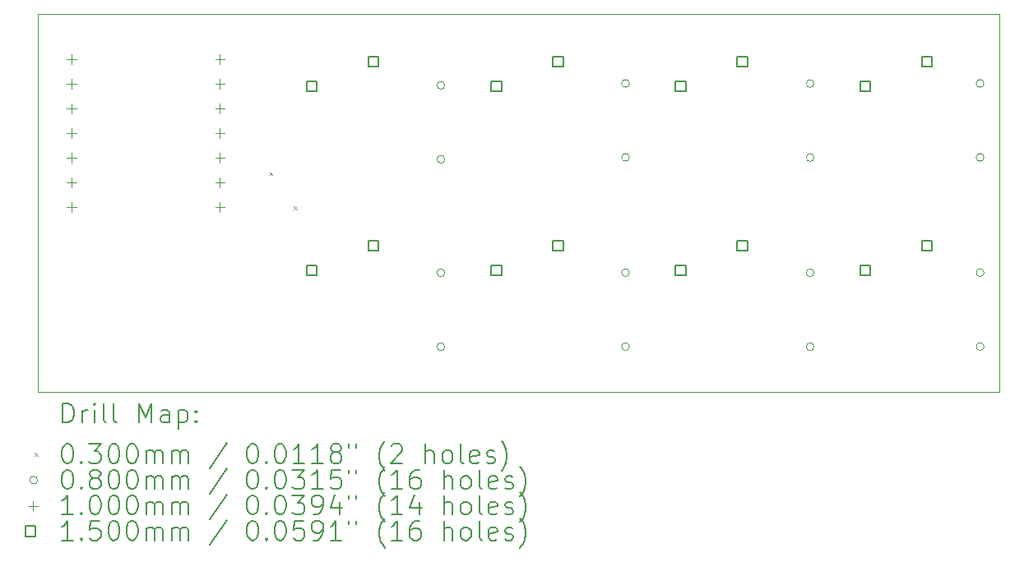
<source format=gbr>
%TF.GenerationSoftware,KiCad,Pcbnew,9.0.7*%
%TF.CreationDate,2026-02-18T19:15:15+11:00*%
%TF.ProjectId,noahs-macropad,6e6f6168-732d-46d6-9163-726f7061642e,rev?*%
%TF.SameCoordinates,Original*%
%TF.FileFunction,Drillmap*%
%TF.FilePolarity,Positive*%
%FSLAX45Y45*%
G04 Gerber Fmt 4.5, Leading zero omitted, Abs format (unit mm)*
G04 Created by KiCad (PCBNEW 9.0.7) date 2026-02-18 19:15:15*
%MOMM*%
%LPD*%
G01*
G04 APERTURE LIST*
%ADD10C,0.050000*%
%ADD11C,0.200000*%
%ADD12C,0.100000*%
%ADD13C,0.150000*%
G04 APERTURE END LIST*
D10*
X2750000Y-9950000D02*
X12650000Y-9950000D01*
X12650000Y-13850000D01*
X2750000Y-13850000D01*
X2750000Y-9950000D01*
D11*
D12*
X5135000Y-11585000D02*
X5165000Y-11615000D01*
X5165000Y-11585000D02*
X5135000Y-11615000D01*
X5385000Y-11935000D02*
X5415000Y-11965000D01*
X5415000Y-11935000D02*
X5385000Y-11965000D01*
X6940000Y-10688000D02*
G75*
G02*
X6860000Y-10688000I-40000J0D01*
G01*
X6860000Y-10688000D02*
G75*
G02*
X6940000Y-10688000I40000J0D01*
G01*
X6940000Y-11450000D02*
G75*
G02*
X6860000Y-11450000I-40000J0D01*
G01*
X6860000Y-11450000D02*
G75*
G02*
X6940000Y-11450000I40000J0D01*
G01*
X6940000Y-12619000D02*
G75*
G02*
X6860000Y-12619000I-40000J0D01*
G01*
X6860000Y-12619000D02*
G75*
G02*
X6940000Y-12619000I40000J0D01*
G01*
X6940000Y-13381000D02*
G75*
G02*
X6860000Y-13381000I-40000J0D01*
G01*
X6860000Y-13381000D02*
G75*
G02*
X6940000Y-13381000I40000J0D01*
G01*
X8840000Y-10669000D02*
G75*
G02*
X8760000Y-10669000I-40000J0D01*
G01*
X8760000Y-10669000D02*
G75*
G02*
X8840000Y-10669000I40000J0D01*
G01*
X8840000Y-11431000D02*
G75*
G02*
X8760000Y-11431000I-40000J0D01*
G01*
X8760000Y-11431000D02*
G75*
G02*
X8840000Y-11431000I40000J0D01*
G01*
X8840000Y-12619000D02*
G75*
G02*
X8760000Y-12619000I-40000J0D01*
G01*
X8760000Y-12619000D02*
G75*
G02*
X8840000Y-12619000I40000J0D01*
G01*
X8840000Y-13381000D02*
G75*
G02*
X8760000Y-13381000I-40000J0D01*
G01*
X8760000Y-13381000D02*
G75*
G02*
X8840000Y-13381000I40000J0D01*
G01*
X10740000Y-10669000D02*
G75*
G02*
X10660000Y-10669000I-40000J0D01*
G01*
X10660000Y-10669000D02*
G75*
G02*
X10740000Y-10669000I40000J0D01*
G01*
X10740000Y-11431000D02*
G75*
G02*
X10660000Y-11431000I-40000J0D01*
G01*
X10660000Y-11431000D02*
G75*
G02*
X10740000Y-11431000I40000J0D01*
G01*
X10740000Y-12619000D02*
G75*
G02*
X10660000Y-12619000I-40000J0D01*
G01*
X10660000Y-12619000D02*
G75*
G02*
X10740000Y-12619000I40000J0D01*
G01*
X10740000Y-13381000D02*
G75*
G02*
X10660000Y-13381000I-40000J0D01*
G01*
X10660000Y-13381000D02*
G75*
G02*
X10740000Y-13381000I40000J0D01*
G01*
X12490000Y-10669000D02*
G75*
G02*
X12410000Y-10669000I-40000J0D01*
G01*
X12410000Y-10669000D02*
G75*
G02*
X12490000Y-10669000I40000J0D01*
G01*
X12490000Y-11431000D02*
G75*
G02*
X12410000Y-11431000I-40000J0D01*
G01*
X12410000Y-11431000D02*
G75*
G02*
X12490000Y-11431000I40000J0D01*
G01*
X12490000Y-12619000D02*
G75*
G02*
X12410000Y-12619000I-40000J0D01*
G01*
X12410000Y-12619000D02*
G75*
G02*
X12490000Y-12619000I40000J0D01*
G01*
X12490000Y-13381000D02*
G75*
G02*
X12410000Y-13381000I-40000J0D01*
G01*
X12410000Y-13381000D02*
G75*
G02*
X12490000Y-13381000I40000J0D01*
G01*
X3100000Y-10370100D02*
X3100000Y-10470100D01*
X3050000Y-10420100D02*
X3150000Y-10420100D01*
X3100000Y-10624100D02*
X3100000Y-10724100D01*
X3050000Y-10674100D02*
X3150000Y-10674100D01*
X3100000Y-10878100D02*
X3100000Y-10978100D01*
X3050000Y-10928100D02*
X3150000Y-10928100D01*
X3100000Y-11132100D02*
X3100000Y-11232100D01*
X3050000Y-11182100D02*
X3150000Y-11182100D01*
X3100000Y-11386100D02*
X3100000Y-11486100D01*
X3050000Y-11436100D02*
X3150000Y-11436100D01*
X3100000Y-11640100D02*
X3100000Y-11740100D01*
X3050000Y-11690100D02*
X3150000Y-11690100D01*
X3100000Y-11894100D02*
X3100000Y-11994100D01*
X3050000Y-11944100D02*
X3150000Y-11944100D01*
X4625000Y-10370100D02*
X4625000Y-10470100D01*
X4575000Y-10420100D02*
X4675000Y-10420100D01*
X4625000Y-10624100D02*
X4625000Y-10724100D01*
X4575000Y-10674100D02*
X4675000Y-10674100D01*
X4625000Y-10878100D02*
X4625000Y-10978100D01*
X4575000Y-10928100D02*
X4675000Y-10928100D01*
X4625000Y-11132100D02*
X4625000Y-11232100D01*
X4575000Y-11182100D02*
X4675000Y-11182100D01*
X4625000Y-11386100D02*
X4625000Y-11486100D01*
X4575000Y-11436100D02*
X4675000Y-11436100D01*
X4625000Y-11640100D02*
X4625000Y-11740100D01*
X4575000Y-11690100D02*
X4675000Y-11690100D01*
X4625000Y-11894100D02*
X4625000Y-11994100D01*
X4575000Y-11944100D02*
X4675000Y-11944100D01*
D13*
X5622033Y-10749034D02*
X5622033Y-10642967D01*
X5515967Y-10642967D01*
X5515967Y-10749034D01*
X5622033Y-10749034D01*
X5622033Y-12649033D02*
X5622033Y-12542966D01*
X5515967Y-12542966D01*
X5515967Y-12649033D01*
X5622033Y-12649033D01*
X6257033Y-10495034D02*
X6257033Y-10388967D01*
X6150966Y-10388967D01*
X6150966Y-10495034D01*
X6257033Y-10495034D01*
X6257033Y-12395033D02*
X6257033Y-12288966D01*
X6150966Y-12288966D01*
X6150966Y-12395033D01*
X6257033Y-12395033D01*
X7522033Y-10749034D02*
X7522033Y-10642967D01*
X7415966Y-10642967D01*
X7415966Y-10749034D01*
X7522033Y-10749034D01*
X7522033Y-12649033D02*
X7522033Y-12542966D01*
X7415966Y-12542966D01*
X7415966Y-12649033D01*
X7522033Y-12649033D01*
X8157033Y-10495034D02*
X8157033Y-10388967D01*
X8050966Y-10388967D01*
X8050966Y-10495034D01*
X8157033Y-10495034D01*
X8157033Y-12395033D02*
X8157033Y-12288966D01*
X8050966Y-12288966D01*
X8050966Y-12395033D01*
X8157033Y-12395033D01*
X9422034Y-10749034D02*
X9422034Y-10642967D01*
X9315967Y-10642967D01*
X9315967Y-10749034D01*
X9422034Y-10749034D01*
X9422034Y-12649033D02*
X9422034Y-12542966D01*
X9315967Y-12542966D01*
X9315967Y-12649033D01*
X9422034Y-12649033D01*
X10057034Y-10495034D02*
X10057034Y-10388967D01*
X9950967Y-10388967D01*
X9950967Y-10495034D01*
X10057034Y-10495034D01*
X10057034Y-12395033D02*
X10057034Y-12288966D01*
X9950967Y-12288966D01*
X9950967Y-12395033D01*
X10057034Y-12395033D01*
X11322033Y-10749034D02*
X11322033Y-10642967D01*
X11215966Y-10642967D01*
X11215966Y-10749034D01*
X11322033Y-10749034D01*
X11322033Y-12649033D02*
X11322033Y-12542966D01*
X11215966Y-12542966D01*
X11215966Y-12649033D01*
X11322033Y-12649033D01*
X11957033Y-10495034D02*
X11957033Y-10388967D01*
X11850966Y-10388967D01*
X11850966Y-10495034D01*
X11957033Y-10495034D01*
X11957033Y-12395033D02*
X11957033Y-12288966D01*
X11850966Y-12288966D01*
X11850966Y-12395033D01*
X11957033Y-12395033D01*
D11*
X3008277Y-14163984D02*
X3008277Y-13963984D01*
X3008277Y-13963984D02*
X3055896Y-13963984D01*
X3055896Y-13963984D02*
X3084467Y-13973508D01*
X3084467Y-13973508D02*
X3103515Y-13992555D01*
X3103515Y-13992555D02*
X3113039Y-14011603D01*
X3113039Y-14011603D02*
X3122562Y-14049698D01*
X3122562Y-14049698D02*
X3122562Y-14078269D01*
X3122562Y-14078269D02*
X3113039Y-14116365D01*
X3113039Y-14116365D02*
X3103515Y-14135412D01*
X3103515Y-14135412D02*
X3084467Y-14154460D01*
X3084467Y-14154460D02*
X3055896Y-14163984D01*
X3055896Y-14163984D02*
X3008277Y-14163984D01*
X3208277Y-14163984D02*
X3208277Y-14030650D01*
X3208277Y-14068746D02*
X3217801Y-14049698D01*
X3217801Y-14049698D02*
X3227324Y-14040174D01*
X3227324Y-14040174D02*
X3246372Y-14030650D01*
X3246372Y-14030650D02*
X3265420Y-14030650D01*
X3332086Y-14163984D02*
X3332086Y-14030650D01*
X3332086Y-13963984D02*
X3322562Y-13973508D01*
X3322562Y-13973508D02*
X3332086Y-13983031D01*
X3332086Y-13983031D02*
X3341610Y-13973508D01*
X3341610Y-13973508D02*
X3332086Y-13963984D01*
X3332086Y-13963984D02*
X3332086Y-13983031D01*
X3455896Y-14163984D02*
X3436848Y-14154460D01*
X3436848Y-14154460D02*
X3427324Y-14135412D01*
X3427324Y-14135412D02*
X3427324Y-13963984D01*
X3560658Y-14163984D02*
X3541610Y-14154460D01*
X3541610Y-14154460D02*
X3532086Y-14135412D01*
X3532086Y-14135412D02*
X3532086Y-13963984D01*
X3789229Y-14163984D02*
X3789229Y-13963984D01*
X3789229Y-13963984D02*
X3855896Y-14106841D01*
X3855896Y-14106841D02*
X3922562Y-13963984D01*
X3922562Y-13963984D02*
X3922562Y-14163984D01*
X4103515Y-14163984D02*
X4103515Y-14059222D01*
X4103515Y-14059222D02*
X4093991Y-14040174D01*
X4093991Y-14040174D02*
X4074943Y-14030650D01*
X4074943Y-14030650D02*
X4036848Y-14030650D01*
X4036848Y-14030650D02*
X4017801Y-14040174D01*
X4103515Y-14154460D02*
X4084467Y-14163984D01*
X4084467Y-14163984D02*
X4036848Y-14163984D01*
X4036848Y-14163984D02*
X4017801Y-14154460D01*
X4017801Y-14154460D02*
X4008277Y-14135412D01*
X4008277Y-14135412D02*
X4008277Y-14116365D01*
X4008277Y-14116365D02*
X4017801Y-14097317D01*
X4017801Y-14097317D02*
X4036848Y-14087793D01*
X4036848Y-14087793D02*
X4084467Y-14087793D01*
X4084467Y-14087793D02*
X4103515Y-14078269D01*
X4198753Y-14030650D02*
X4198753Y-14230650D01*
X4198753Y-14040174D02*
X4217801Y-14030650D01*
X4217801Y-14030650D02*
X4255896Y-14030650D01*
X4255896Y-14030650D02*
X4274944Y-14040174D01*
X4274944Y-14040174D02*
X4284467Y-14049698D01*
X4284467Y-14049698D02*
X4293991Y-14068746D01*
X4293991Y-14068746D02*
X4293991Y-14125888D01*
X4293991Y-14125888D02*
X4284467Y-14144936D01*
X4284467Y-14144936D02*
X4274944Y-14154460D01*
X4274944Y-14154460D02*
X4255896Y-14163984D01*
X4255896Y-14163984D02*
X4217801Y-14163984D01*
X4217801Y-14163984D02*
X4198753Y-14154460D01*
X4379705Y-14144936D02*
X4389229Y-14154460D01*
X4389229Y-14154460D02*
X4379705Y-14163984D01*
X4379705Y-14163984D02*
X4370182Y-14154460D01*
X4370182Y-14154460D02*
X4379705Y-14144936D01*
X4379705Y-14144936D02*
X4379705Y-14163984D01*
X4379705Y-14040174D02*
X4389229Y-14049698D01*
X4389229Y-14049698D02*
X4379705Y-14059222D01*
X4379705Y-14059222D02*
X4370182Y-14049698D01*
X4370182Y-14049698D02*
X4379705Y-14040174D01*
X4379705Y-14040174D02*
X4379705Y-14059222D01*
D12*
X2717500Y-14477500D02*
X2747500Y-14507500D01*
X2747500Y-14477500D02*
X2717500Y-14507500D01*
D11*
X3046372Y-14383984D02*
X3065420Y-14383984D01*
X3065420Y-14383984D02*
X3084467Y-14393508D01*
X3084467Y-14393508D02*
X3093991Y-14403031D01*
X3093991Y-14403031D02*
X3103515Y-14422079D01*
X3103515Y-14422079D02*
X3113039Y-14460174D01*
X3113039Y-14460174D02*
X3113039Y-14507793D01*
X3113039Y-14507793D02*
X3103515Y-14545888D01*
X3103515Y-14545888D02*
X3093991Y-14564936D01*
X3093991Y-14564936D02*
X3084467Y-14574460D01*
X3084467Y-14574460D02*
X3065420Y-14583984D01*
X3065420Y-14583984D02*
X3046372Y-14583984D01*
X3046372Y-14583984D02*
X3027324Y-14574460D01*
X3027324Y-14574460D02*
X3017801Y-14564936D01*
X3017801Y-14564936D02*
X3008277Y-14545888D01*
X3008277Y-14545888D02*
X2998753Y-14507793D01*
X2998753Y-14507793D02*
X2998753Y-14460174D01*
X2998753Y-14460174D02*
X3008277Y-14422079D01*
X3008277Y-14422079D02*
X3017801Y-14403031D01*
X3017801Y-14403031D02*
X3027324Y-14393508D01*
X3027324Y-14393508D02*
X3046372Y-14383984D01*
X3198753Y-14564936D02*
X3208277Y-14574460D01*
X3208277Y-14574460D02*
X3198753Y-14583984D01*
X3198753Y-14583984D02*
X3189229Y-14574460D01*
X3189229Y-14574460D02*
X3198753Y-14564936D01*
X3198753Y-14564936D02*
X3198753Y-14583984D01*
X3274943Y-14383984D02*
X3398753Y-14383984D01*
X3398753Y-14383984D02*
X3332086Y-14460174D01*
X3332086Y-14460174D02*
X3360658Y-14460174D01*
X3360658Y-14460174D02*
X3379705Y-14469698D01*
X3379705Y-14469698D02*
X3389229Y-14479222D01*
X3389229Y-14479222D02*
X3398753Y-14498269D01*
X3398753Y-14498269D02*
X3398753Y-14545888D01*
X3398753Y-14545888D02*
X3389229Y-14564936D01*
X3389229Y-14564936D02*
X3379705Y-14574460D01*
X3379705Y-14574460D02*
X3360658Y-14583984D01*
X3360658Y-14583984D02*
X3303515Y-14583984D01*
X3303515Y-14583984D02*
X3284467Y-14574460D01*
X3284467Y-14574460D02*
X3274943Y-14564936D01*
X3522562Y-14383984D02*
X3541610Y-14383984D01*
X3541610Y-14383984D02*
X3560658Y-14393508D01*
X3560658Y-14393508D02*
X3570182Y-14403031D01*
X3570182Y-14403031D02*
X3579705Y-14422079D01*
X3579705Y-14422079D02*
X3589229Y-14460174D01*
X3589229Y-14460174D02*
X3589229Y-14507793D01*
X3589229Y-14507793D02*
X3579705Y-14545888D01*
X3579705Y-14545888D02*
X3570182Y-14564936D01*
X3570182Y-14564936D02*
X3560658Y-14574460D01*
X3560658Y-14574460D02*
X3541610Y-14583984D01*
X3541610Y-14583984D02*
X3522562Y-14583984D01*
X3522562Y-14583984D02*
X3503515Y-14574460D01*
X3503515Y-14574460D02*
X3493991Y-14564936D01*
X3493991Y-14564936D02*
X3484467Y-14545888D01*
X3484467Y-14545888D02*
X3474943Y-14507793D01*
X3474943Y-14507793D02*
X3474943Y-14460174D01*
X3474943Y-14460174D02*
X3484467Y-14422079D01*
X3484467Y-14422079D02*
X3493991Y-14403031D01*
X3493991Y-14403031D02*
X3503515Y-14393508D01*
X3503515Y-14393508D02*
X3522562Y-14383984D01*
X3713039Y-14383984D02*
X3732086Y-14383984D01*
X3732086Y-14383984D02*
X3751134Y-14393508D01*
X3751134Y-14393508D02*
X3760658Y-14403031D01*
X3760658Y-14403031D02*
X3770182Y-14422079D01*
X3770182Y-14422079D02*
X3779705Y-14460174D01*
X3779705Y-14460174D02*
X3779705Y-14507793D01*
X3779705Y-14507793D02*
X3770182Y-14545888D01*
X3770182Y-14545888D02*
X3760658Y-14564936D01*
X3760658Y-14564936D02*
X3751134Y-14574460D01*
X3751134Y-14574460D02*
X3732086Y-14583984D01*
X3732086Y-14583984D02*
X3713039Y-14583984D01*
X3713039Y-14583984D02*
X3693991Y-14574460D01*
X3693991Y-14574460D02*
X3684467Y-14564936D01*
X3684467Y-14564936D02*
X3674943Y-14545888D01*
X3674943Y-14545888D02*
X3665420Y-14507793D01*
X3665420Y-14507793D02*
X3665420Y-14460174D01*
X3665420Y-14460174D02*
X3674943Y-14422079D01*
X3674943Y-14422079D02*
X3684467Y-14403031D01*
X3684467Y-14403031D02*
X3693991Y-14393508D01*
X3693991Y-14393508D02*
X3713039Y-14383984D01*
X3865420Y-14583984D02*
X3865420Y-14450650D01*
X3865420Y-14469698D02*
X3874943Y-14460174D01*
X3874943Y-14460174D02*
X3893991Y-14450650D01*
X3893991Y-14450650D02*
X3922563Y-14450650D01*
X3922563Y-14450650D02*
X3941610Y-14460174D01*
X3941610Y-14460174D02*
X3951134Y-14479222D01*
X3951134Y-14479222D02*
X3951134Y-14583984D01*
X3951134Y-14479222D02*
X3960658Y-14460174D01*
X3960658Y-14460174D02*
X3979705Y-14450650D01*
X3979705Y-14450650D02*
X4008277Y-14450650D01*
X4008277Y-14450650D02*
X4027324Y-14460174D01*
X4027324Y-14460174D02*
X4036848Y-14479222D01*
X4036848Y-14479222D02*
X4036848Y-14583984D01*
X4132086Y-14583984D02*
X4132086Y-14450650D01*
X4132086Y-14469698D02*
X4141610Y-14460174D01*
X4141610Y-14460174D02*
X4160658Y-14450650D01*
X4160658Y-14450650D02*
X4189229Y-14450650D01*
X4189229Y-14450650D02*
X4208277Y-14460174D01*
X4208277Y-14460174D02*
X4217801Y-14479222D01*
X4217801Y-14479222D02*
X4217801Y-14583984D01*
X4217801Y-14479222D02*
X4227325Y-14460174D01*
X4227325Y-14460174D02*
X4246372Y-14450650D01*
X4246372Y-14450650D02*
X4274944Y-14450650D01*
X4274944Y-14450650D02*
X4293991Y-14460174D01*
X4293991Y-14460174D02*
X4303515Y-14479222D01*
X4303515Y-14479222D02*
X4303515Y-14583984D01*
X4693991Y-14374460D02*
X4522563Y-14631603D01*
X4951134Y-14383984D02*
X4970182Y-14383984D01*
X4970182Y-14383984D02*
X4989229Y-14393508D01*
X4989229Y-14393508D02*
X4998753Y-14403031D01*
X4998753Y-14403031D02*
X5008277Y-14422079D01*
X5008277Y-14422079D02*
X5017801Y-14460174D01*
X5017801Y-14460174D02*
X5017801Y-14507793D01*
X5017801Y-14507793D02*
X5008277Y-14545888D01*
X5008277Y-14545888D02*
X4998753Y-14564936D01*
X4998753Y-14564936D02*
X4989229Y-14574460D01*
X4989229Y-14574460D02*
X4970182Y-14583984D01*
X4970182Y-14583984D02*
X4951134Y-14583984D01*
X4951134Y-14583984D02*
X4932087Y-14574460D01*
X4932087Y-14574460D02*
X4922563Y-14564936D01*
X4922563Y-14564936D02*
X4913039Y-14545888D01*
X4913039Y-14545888D02*
X4903515Y-14507793D01*
X4903515Y-14507793D02*
X4903515Y-14460174D01*
X4903515Y-14460174D02*
X4913039Y-14422079D01*
X4913039Y-14422079D02*
X4922563Y-14403031D01*
X4922563Y-14403031D02*
X4932087Y-14393508D01*
X4932087Y-14393508D02*
X4951134Y-14383984D01*
X5103515Y-14564936D02*
X5113039Y-14574460D01*
X5113039Y-14574460D02*
X5103515Y-14583984D01*
X5103515Y-14583984D02*
X5093991Y-14574460D01*
X5093991Y-14574460D02*
X5103515Y-14564936D01*
X5103515Y-14564936D02*
X5103515Y-14583984D01*
X5236848Y-14383984D02*
X5255896Y-14383984D01*
X5255896Y-14383984D02*
X5274944Y-14393508D01*
X5274944Y-14393508D02*
X5284468Y-14403031D01*
X5284468Y-14403031D02*
X5293991Y-14422079D01*
X5293991Y-14422079D02*
X5303515Y-14460174D01*
X5303515Y-14460174D02*
X5303515Y-14507793D01*
X5303515Y-14507793D02*
X5293991Y-14545888D01*
X5293991Y-14545888D02*
X5284468Y-14564936D01*
X5284468Y-14564936D02*
X5274944Y-14574460D01*
X5274944Y-14574460D02*
X5255896Y-14583984D01*
X5255896Y-14583984D02*
X5236848Y-14583984D01*
X5236848Y-14583984D02*
X5217801Y-14574460D01*
X5217801Y-14574460D02*
X5208277Y-14564936D01*
X5208277Y-14564936D02*
X5198753Y-14545888D01*
X5198753Y-14545888D02*
X5189229Y-14507793D01*
X5189229Y-14507793D02*
X5189229Y-14460174D01*
X5189229Y-14460174D02*
X5198753Y-14422079D01*
X5198753Y-14422079D02*
X5208277Y-14403031D01*
X5208277Y-14403031D02*
X5217801Y-14393508D01*
X5217801Y-14393508D02*
X5236848Y-14383984D01*
X5493991Y-14583984D02*
X5379706Y-14583984D01*
X5436848Y-14583984D02*
X5436848Y-14383984D01*
X5436848Y-14383984D02*
X5417801Y-14412555D01*
X5417801Y-14412555D02*
X5398753Y-14431603D01*
X5398753Y-14431603D02*
X5379706Y-14441127D01*
X5684467Y-14583984D02*
X5570182Y-14583984D01*
X5627325Y-14583984D02*
X5627325Y-14383984D01*
X5627325Y-14383984D02*
X5608277Y-14412555D01*
X5608277Y-14412555D02*
X5589229Y-14431603D01*
X5589229Y-14431603D02*
X5570182Y-14441127D01*
X5798753Y-14469698D02*
X5779706Y-14460174D01*
X5779706Y-14460174D02*
X5770182Y-14450650D01*
X5770182Y-14450650D02*
X5760658Y-14431603D01*
X5760658Y-14431603D02*
X5760658Y-14422079D01*
X5760658Y-14422079D02*
X5770182Y-14403031D01*
X5770182Y-14403031D02*
X5779706Y-14393508D01*
X5779706Y-14393508D02*
X5798753Y-14383984D01*
X5798753Y-14383984D02*
X5836848Y-14383984D01*
X5836848Y-14383984D02*
X5855896Y-14393508D01*
X5855896Y-14393508D02*
X5865420Y-14403031D01*
X5865420Y-14403031D02*
X5874944Y-14422079D01*
X5874944Y-14422079D02*
X5874944Y-14431603D01*
X5874944Y-14431603D02*
X5865420Y-14450650D01*
X5865420Y-14450650D02*
X5855896Y-14460174D01*
X5855896Y-14460174D02*
X5836848Y-14469698D01*
X5836848Y-14469698D02*
X5798753Y-14469698D01*
X5798753Y-14469698D02*
X5779706Y-14479222D01*
X5779706Y-14479222D02*
X5770182Y-14488746D01*
X5770182Y-14488746D02*
X5760658Y-14507793D01*
X5760658Y-14507793D02*
X5760658Y-14545888D01*
X5760658Y-14545888D02*
X5770182Y-14564936D01*
X5770182Y-14564936D02*
X5779706Y-14574460D01*
X5779706Y-14574460D02*
X5798753Y-14583984D01*
X5798753Y-14583984D02*
X5836848Y-14583984D01*
X5836848Y-14583984D02*
X5855896Y-14574460D01*
X5855896Y-14574460D02*
X5865420Y-14564936D01*
X5865420Y-14564936D02*
X5874944Y-14545888D01*
X5874944Y-14545888D02*
X5874944Y-14507793D01*
X5874944Y-14507793D02*
X5865420Y-14488746D01*
X5865420Y-14488746D02*
X5855896Y-14479222D01*
X5855896Y-14479222D02*
X5836848Y-14469698D01*
X5951134Y-14383984D02*
X5951134Y-14422079D01*
X6027325Y-14383984D02*
X6027325Y-14422079D01*
X6322563Y-14660174D02*
X6313039Y-14650650D01*
X6313039Y-14650650D02*
X6293991Y-14622079D01*
X6293991Y-14622079D02*
X6284468Y-14603031D01*
X6284468Y-14603031D02*
X6274944Y-14574460D01*
X6274944Y-14574460D02*
X6265420Y-14526841D01*
X6265420Y-14526841D02*
X6265420Y-14488746D01*
X6265420Y-14488746D02*
X6274944Y-14441127D01*
X6274944Y-14441127D02*
X6284468Y-14412555D01*
X6284468Y-14412555D02*
X6293991Y-14393508D01*
X6293991Y-14393508D02*
X6313039Y-14364936D01*
X6313039Y-14364936D02*
X6322563Y-14355412D01*
X6389229Y-14403031D02*
X6398753Y-14393508D01*
X6398753Y-14393508D02*
X6417801Y-14383984D01*
X6417801Y-14383984D02*
X6465420Y-14383984D01*
X6465420Y-14383984D02*
X6484468Y-14393508D01*
X6484468Y-14393508D02*
X6493991Y-14403031D01*
X6493991Y-14403031D02*
X6503515Y-14422079D01*
X6503515Y-14422079D02*
X6503515Y-14441127D01*
X6503515Y-14441127D02*
X6493991Y-14469698D01*
X6493991Y-14469698D02*
X6379706Y-14583984D01*
X6379706Y-14583984D02*
X6503515Y-14583984D01*
X6741610Y-14583984D02*
X6741610Y-14383984D01*
X6827325Y-14583984D02*
X6827325Y-14479222D01*
X6827325Y-14479222D02*
X6817801Y-14460174D01*
X6817801Y-14460174D02*
X6798753Y-14450650D01*
X6798753Y-14450650D02*
X6770182Y-14450650D01*
X6770182Y-14450650D02*
X6751134Y-14460174D01*
X6751134Y-14460174D02*
X6741610Y-14469698D01*
X6951134Y-14583984D02*
X6932087Y-14574460D01*
X6932087Y-14574460D02*
X6922563Y-14564936D01*
X6922563Y-14564936D02*
X6913039Y-14545888D01*
X6913039Y-14545888D02*
X6913039Y-14488746D01*
X6913039Y-14488746D02*
X6922563Y-14469698D01*
X6922563Y-14469698D02*
X6932087Y-14460174D01*
X6932087Y-14460174D02*
X6951134Y-14450650D01*
X6951134Y-14450650D02*
X6979706Y-14450650D01*
X6979706Y-14450650D02*
X6998753Y-14460174D01*
X6998753Y-14460174D02*
X7008277Y-14469698D01*
X7008277Y-14469698D02*
X7017801Y-14488746D01*
X7017801Y-14488746D02*
X7017801Y-14545888D01*
X7017801Y-14545888D02*
X7008277Y-14564936D01*
X7008277Y-14564936D02*
X6998753Y-14574460D01*
X6998753Y-14574460D02*
X6979706Y-14583984D01*
X6979706Y-14583984D02*
X6951134Y-14583984D01*
X7132087Y-14583984D02*
X7113039Y-14574460D01*
X7113039Y-14574460D02*
X7103515Y-14555412D01*
X7103515Y-14555412D02*
X7103515Y-14383984D01*
X7284468Y-14574460D02*
X7265420Y-14583984D01*
X7265420Y-14583984D02*
X7227325Y-14583984D01*
X7227325Y-14583984D02*
X7208277Y-14574460D01*
X7208277Y-14574460D02*
X7198753Y-14555412D01*
X7198753Y-14555412D02*
X7198753Y-14479222D01*
X7198753Y-14479222D02*
X7208277Y-14460174D01*
X7208277Y-14460174D02*
X7227325Y-14450650D01*
X7227325Y-14450650D02*
X7265420Y-14450650D01*
X7265420Y-14450650D02*
X7284468Y-14460174D01*
X7284468Y-14460174D02*
X7293991Y-14479222D01*
X7293991Y-14479222D02*
X7293991Y-14498269D01*
X7293991Y-14498269D02*
X7198753Y-14517317D01*
X7370182Y-14574460D02*
X7389230Y-14583984D01*
X7389230Y-14583984D02*
X7427325Y-14583984D01*
X7427325Y-14583984D02*
X7446372Y-14574460D01*
X7446372Y-14574460D02*
X7455896Y-14555412D01*
X7455896Y-14555412D02*
X7455896Y-14545888D01*
X7455896Y-14545888D02*
X7446372Y-14526841D01*
X7446372Y-14526841D02*
X7427325Y-14517317D01*
X7427325Y-14517317D02*
X7398753Y-14517317D01*
X7398753Y-14517317D02*
X7379706Y-14507793D01*
X7379706Y-14507793D02*
X7370182Y-14488746D01*
X7370182Y-14488746D02*
X7370182Y-14479222D01*
X7370182Y-14479222D02*
X7379706Y-14460174D01*
X7379706Y-14460174D02*
X7398753Y-14450650D01*
X7398753Y-14450650D02*
X7427325Y-14450650D01*
X7427325Y-14450650D02*
X7446372Y-14460174D01*
X7522563Y-14660174D02*
X7532087Y-14650650D01*
X7532087Y-14650650D02*
X7551134Y-14622079D01*
X7551134Y-14622079D02*
X7560658Y-14603031D01*
X7560658Y-14603031D02*
X7570182Y-14574460D01*
X7570182Y-14574460D02*
X7579706Y-14526841D01*
X7579706Y-14526841D02*
X7579706Y-14488746D01*
X7579706Y-14488746D02*
X7570182Y-14441127D01*
X7570182Y-14441127D02*
X7560658Y-14412555D01*
X7560658Y-14412555D02*
X7551134Y-14393508D01*
X7551134Y-14393508D02*
X7532087Y-14364936D01*
X7532087Y-14364936D02*
X7522563Y-14355412D01*
D12*
X2747500Y-14756500D02*
G75*
G02*
X2667500Y-14756500I-40000J0D01*
G01*
X2667500Y-14756500D02*
G75*
G02*
X2747500Y-14756500I40000J0D01*
G01*
D11*
X3046372Y-14647984D02*
X3065420Y-14647984D01*
X3065420Y-14647984D02*
X3084467Y-14657508D01*
X3084467Y-14657508D02*
X3093991Y-14667031D01*
X3093991Y-14667031D02*
X3103515Y-14686079D01*
X3103515Y-14686079D02*
X3113039Y-14724174D01*
X3113039Y-14724174D02*
X3113039Y-14771793D01*
X3113039Y-14771793D02*
X3103515Y-14809888D01*
X3103515Y-14809888D02*
X3093991Y-14828936D01*
X3093991Y-14828936D02*
X3084467Y-14838460D01*
X3084467Y-14838460D02*
X3065420Y-14847984D01*
X3065420Y-14847984D02*
X3046372Y-14847984D01*
X3046372Y-14847984D02*
X3027324Y-14838460D01*
X3027324Y-14838460D02*
X3017801Y-14828936D01*
X3017801Y-14828936D02*
X3008277Y-14809888D01*
X3008277Y-14809888D02*
X2998753Y-14771793D01*
X2998753Y-14771793D02*
X2998753Y-14724174D01*
X2998753Y-14724174D02*
X3008277Y-14686079D01*
X3008277Y-14686079D02*
X3017801Y-14667031D01*
X3017801Y-14667031D02*
X3027324Y-14657508D01*
X3027324Y-14657508D02*
X3046372Y-14647984D01*
X3198753Y-14828936D02*
X3208277Y-14838460D01*
X3208277Y-14838460D02*
X3198753Y-14847984D01*
X3198753Y-14847984D02*
X3189229Y-14838460D01*
X3189229Y-14838460D02*
X3198753Y-14828936D01*
X3198753Y-14828936D02*
X3198753Y-14847984D01*
X3322562Y-14733698D02*
X3303515Y-14724174D01*
X3303515Y-14724174D02*
X3293991Y-14714650D01*
X3293991Y-14714650D02*
X3284467Y-14695603D01*
X3284467Y-14695603D02*
X3284467Y-14686079D01*
X3284467Y-14686079D02*
X3293991Y-14667031D01*
X3293991Y-14667031D02*
X3303515Y-14657508D01*
X3303515Y-14657508D02*
X3322562Y-14647984D01*
X3322562Y-14647984D02*
X3360658Y-14647984D01*
X3360658Y-14647984D02*
X3379705Y-14657508D01*
X3379705Y-14657508D02*
X3389229Y-14667031D01*
X3389229Y-14667031D02*
X3398753Y-14686079D01*
X3398753Y-14686079D02*
X3398753Y-14695603D01*
X3398753Y-14695603D02*
X3389229Y-14714650D01*
X3389229Y-14714650D02*
X3379705Y-14724174D01*
X3379705Y-14724174D02*
X3360658Y-14733698D01*
X3360658Y-14733698D02*
X3322562Y-14733698D01*
X3322562Y-14733698D02*
X3303515Y-14743222D01*
X3303515Y-14743222D02*
X3293991Y-14752746D01*
X3293991Y-14752746D02*
X3284467Y-14771793D01*
X3284467Y-14771793D02*
X3284467Y-14809888D01*
X3284467Y-14809888D02*
X3293991Y-14828936D01*
X3293991Y-14828936D02*
X3303515Y-14838460D01*
X3303515Y-14838460D02*
X3322562Y-14847984D01*
X3322562Y-14847984D02*
X3360658Y-14847984D01*
X3360658Y-14847984D02*
X3379705Y-14838460D01*
X3379705Y-14838460D02*
X3389229Y-14828936D01*
X3389229Y-14828936D02*
X3398753Y-14809888D01*
X3398753Y-14809888D02*
X3398753Y-14771793D01*
X3398753Y-14771793D02*
X3389229Y-14752746D01*
X3389229Y-14752746D02*
X3379705Y-14743222D01*
X3379705Y-14743222D02*
X3360658Y-14733698D01*
X3522562Y-14647984D02*
X3541610Y-14647984D01*
X3541610Y-14647984D02*
X3560658Y-14657508D01*
X3560658Y-14657508D02*
X3570182Y-14667031D01*
X3570182Y-14667031D02*
X3579705Y-14686079D01*
X3579705Y-14686079D02*
X3589229Y-14724174D01*
X3589229Y-14724174D02*
X3589229Y-14771793D01*
X3589229Y-14771793D02*
X3579705Y-14809888D01*
X3579705Y-14809888D02*
X3570182Y-14828936D01*
X3570182Y-14828936D02*
X3560658Y-14838460D01*
X3560658Y-14838460D02*
X3541610Y-14847984D01*
X3541610Y-14847984D02*
X3522562Y-14847984D01*
X3522562Y-14847984D02*
X3503515Y-14838460D01*
X3503515Y-14838460D02*
X3493991Y-14828936D01*
X3493991Y-14828936D02*
X3484467Y-14809888D01*
X3484467Y-14809888D02*
X3474943Y-14771793D01*
X3474943Y-14771793D02*
X3474943Y-14724174D01*
X3474943Y-14724174D02*
X3484467Y-14686079D01*
X3484467Y-14686079D02*
X3493991Y-14667031D01*
X3493991Y-14667031D02*
X3503515Y-14657508D01*
X3503515Y-14657508D02*
X3522562Y-14647984D01*
X3713039Y-14647984D02*
X3732086Y-14647984D01*
X3732086Y-14647984D02*
X3751134Y-14657508D01*
X3751134Y-14657508D02*
X3760658Y-14667031D01*
X3760658Y-14667031D02*
X3770182Y-14686079D01*
X3770182Y-14686079D02*
X3779705Y-14724174D01*
X3779705Y-14724174D02*
X3779705Y-14771793D01*
X3779705Y-14771793D02*
X3770182Y-14809888D01*
X3770182Y-14809888D02*
X3760658Y-14828936D01*
X3760658Y-14828936D02*
X3751134Y-14838460D01*
X3751134Y-14838460D02*
X3732086Y-14847984D01*
X3732086Y-14847984D02*
X3713039Y-14847984D01*
X3713039Y-14847984D02*
X3693991Y-14838460D01*
X3693991Y-14838460D02*
X3684467Y-14828936D01*
X3684467Y-14828936D02*
X3674943Y-14809888D01*
X3674943Y-14809888D02*
X3665420Y-14771793D01*
X3665420Y-14771793D02*
X3665420Y-14724174D01*
X3665420Y-14724174D02*
X3674943Y-14686079D01*
X3674943Y-14686079D02*
X3684467Y-14667031D01*
X3684467Y-14667031D02*
X3693991Y-14657508D01*
X3693991Y-14657508D02*
X3713039Y-14647984D01*
X3865420Y-14847984D02*
X3865420Y-14714650D01*
X3865420Y-14733698D02*
X3874943Y-14724174D01*
X3874943Y-14724174D02*
X3893991Y-14714650D01*
X3893991Y-14714650D02*
X3922563Y-14714650D01*
X3922563Y-14714650D02*
X3941610Y-14724174D01*
X3941610Y-14724174D02*
X3951134Y-14743222D01*
X3951134Y-14743222D02*
X3951134Y-14847984D01*
X3951134Y-14743222D02*
X3960658Y-14724174D01*
X3960658Y-14724174D02*
X3979705Y-14714650D01*
X3979705Y-14714650D02*
X4008277Y-14714650D01*
X4008277Y-14714650D02*
X4027324Y-14724174D01*
X4027324Y-14724174D02*
X4036848Y-14743222D01*
X4036848Y-14743222D02*
X4036848Y-14847984D01*
X4132086Y-14847984D02*
X4132086Y-14714650D01*
X4132086Y-14733698D02*
X4141610Y-14724174D01*
X4141610Y-14724174D02*
X4160658Y-14714650D01*
X4160658Y-14714650D02*
X4189229Y-14714650D01*
X4189229Y-14714650D02*
X4208277Y-14724174D01*
X4208277Y-14724174D02*
X4217801Y-14743222D01*
X4217801Y-14743222D02*
X4217801Y-14847984D01*
X4217801Y-14743222D02*
X4227325Y-14724174D01*
X4227325Y-14724174D02*
X4246372Y-14714650D01*
X4246372Y-14714650D02*
X4274944Y-14714650D01*
X4274944Y-14714650D02*
X4293991Y-14724174D01*
X4293991Y-14724174D02*
X4303515Y-14743222D01*
X4303515Y-14743222D02*
X4303515Y-14847984D01*
X4693991Y-14638460D02*
X4522563Y-14895603D01*
X4951134Y-14647984D02*
X4970182Y-14647984D01*
X4970182Y-14647984D02*
X4989229Y-14657508D01*
X4989229Y-14657508D02*
X4998753Y-14667031D01*
X4998753Y-14667031D02*
X5008277Y-14686079D01*
X5008277Y-14686079D02*
X5017801Y-14724174D01*
X5017801Y-14724174D02*
X5017801Y-14771793D01*
X5017801Y-14771793D02*
X5008277Y-14809888D01*
X5008277Y-14809888D02*
X4998753Y-14828936D01*
X4998753Y-14828936D02*
X4989229Y-14838460D01*
X4989229Y-14838460D02*
X4970182Y-14847984D01*
X4970182Y-14847984D02*
X4951134Y-14847984D01*
X4951134Y-14847984D02*
X4932087Y-14838460D01*
X4932087Y-14838460D02*
X4922563Y-14828936D01*
X4922563Y-14828936D02*
X4913039Y-14809888D01*
X4913039Y-14809888D02*
X4903515Y-14771793D01*
X4903515Y-14771793D02*
X4903515Y-14724174D01*
X4903515Y-14724174D02*
X4913039Y-14686079D01*
X4913039Y-14686079D02*
X4922563Y-14667031D01*
X4922563Y-14667031D02*
X4932087Y-14657508D01*
X4932087Y-14657508D02*
X4951134Y-14647984D01*
X5103515Y-14828936D02*
X5113039Y-14838460D01*
X5113039Y-14838460D02*
X5103515Y-14847984D01*
X5103515Y-14847984D02*
X5093991Y-14838460D01*
X5093991Y-14838460D02*
X5103515Y-14828936D01*
X5103515Y-14828936D02*
X5103515Y-14847984D01*
X5236848Y-14647984D02*
X5255896Y-14647984D01*
X5255896Y-14647984D02*
X5274944Y-14657508D01*
X5274944Y-14657508D02*
X5284468Y-14667031D01*
X5284468Y-14667031D02*
X5293991Y-14686079D01*
X5293991Y-14686079D02*
X5303515Y-14724174D01*
X5303515Y-14724174D02*
X5303515Y-14771793D01*
X5303515Y-14771793D02*
X5293991Y-14809888D01*
X5293991Y-14809888D02*
X5284468Y-14828936D01*
X5284468Y-14828936D02*
X5274944Y-14838460D01*
X5274944Y-14838460D02*
X5255896Y-14847984D01*
X5255896Y-14847984D02*
X5236848Y-14847984D01*
X5236848Y-14847984D02*
X5217801Y-14838460D01*
X5217801Y-14838460D02*
X5208277Y-14828936D01*
X5208277Y-14828936D02*
X5198753Y-14809888D01*
X5198753Y-14809888D02*
X5189229Y-14771793D01*
X5189229Y-14771793D02*
X5189229Y-14724174D01*
X5189229Y-14724174D02*
X5198753Y-14686079D01*
X5198753Y-14686079D02*
X5208277Y-14667031D01*
X5208277Y-14667031D02*
X5217801Y-14657508D01*
X5217801Y-14657508D02*
X5236848Y-14647984D01*
X5370182Y-14647984D02*
X5493991Y-14647984D01*
X5493991Y-14647984D02*
X5427325Y-14724174D01*
X5427325Y-14724174D02*
X5455896Y-14724174D01*
X5455896Y-14724174D02*
X5474944Y-14733698D01*
X5474944Y-14733698D02*
X5484468Y-14743222D01*
X5484468Y-14743222D02*
X5493991Y-14762269D01*
X5493991Y-14762269D02*
X5493991Y-14809888D01*
X5493991Y-14809888D02*
X5484468Y-14828936D01*
X5484468Y-14828936D02*
X5474944Y-14838460D01*
X5474944Y-14838460D02*
X5455896Y-14847984D01*
X5455896Y-14847984D02*
X5398753Y-14847984D01*
X5398753Y-14847984D02*
X5379706Y-14838460D01*
X5379706Y-14838460D02*
X5370182Y-14828936D01*
X5684467Y-14847984D02*
X5570182Y-14847984D01*
X5627325Y-14847984D02*
X5627325Y-14647984D01*
X5627325Y-14647984D02*
X5608277Y-14676555D01*
X5608277Y-14676555D02*
X5589229Y-14695603D01*
X5589229Y-14695603D02*
X5570182Y-14705127D01*
X5865420Y-14647984D02*
X5770182Y-14647984D01*
X5770182Y-14647984D02*
X5760658Y-14743222D01*
X5760658Y-14743222D02*
X5770182Y-14733698D01*
X5770182Y-14733698D02*
X5789229Y-14724174D01*
X5789229Y-14724174D02*
X5836848Y-14724174D01*
X5836848Y-14724174D02*
X5855896Y-14733698D01*
X5855896Y-14733698D02*
X5865420Y-14743222D01*
X5865420Y-14743222D02*
X5874944Y-14762269D01*
X5874944Y-14762269D02*
X5874944Y-14809888D01*
X5874944Y-14809888D02*
X5865420Y-14828936D01*
X5865420Y-14828936D02*
X5855896Y-14838460D01*
X5855896Y-14838460D02*
X5836848Y-14847984D01*
X5836848Y-14847984D02*
X5789229Y-14847984D01*
X5789229Y-14847984D02*
X5770182Y-14838460D01*
X5770182Y-14838460D02*
X5760658Y-14828936D01*
X5951134Y-14647984D02*
X5951134Y-14686079D01*
X6027325Y-14647984D02*
X6027325Y-14686079D01*
X6322563Y-14924174D02*
X6313039Y-14914650D01*
X6313039Y-14914650D02*
X6293991Y-14886079D01*
X6293991Y-14886079D02*
X6284468Y-14867031D01*
X6284468Y-14867031D02*
X6274944Y-14838460D01*
X6274944Y-14838460D02*
X6265420Y-14790841D01*
X6265420Y-14790841D02*
X6265420Y-14752746D01*
X6265420Y-14752746D02*
X6274944Y-14705127D01*
X6274944Y-14705127D02*
X6284468Y-14676555D01*
X6284468Y-14676555D02*
X6293991Y-14657508D01*
X6293991Y-14657508D02*
X6313039Y-14628936D01*
X6313039Y-14628936D02*
X6322563Y-14619412D01*
X6503515Y-14847984D02*
X6389229Y-14847984D01*
X6446372Y-14847984D02*
X6446372Y-14647984D01*
X6446372Y-14647984D02*
X6427325Y-14676555D01*
X6427325Y-14676555D02*
X6408277Y-14695603D01*
X6408277Y-14695603D02*
X6389229Y-14705127D01*
X6674944Y-14647984D02*
X6636848Y-14647984D01*
X6636848Y-14647984D02*
X6617801Y-14657508D01*
X6617801Y-14657508D02*
X6608277Y-14667031D01*
X6608277Y-14667031D02*
X6589229Y-14695603D01*
X6589229Y-14695603D02*
X6579706Y-14733698D01*
X6579706Y-14733698D02*
X6579706Y-14809888D01*
X6579706Y-14809888D02*
X6589229Y-14828936D01*
X6589229Y-14828936D02*
X6598753Y-14838460D01*
X6598753Y-14838460D02*
X6617801Y-14847984D01*
X6617801Y-14847984D02*
X6655896Y-14847984D01*
X6655896Y-14847984D02*
X6674944Y-14838460D01*
X6674944Y-14838460D02*
X6684468Y-14828936D01*
X6684468Y-14828936D02*
X6693991Y-14809888D01*
X6693991Y-14809888D02*
X6693991Y-14762269D01*
X6693991Y-14762269D02*
X6684468Y-14743222D01*
X6684468Y-14743222D02*
X6674944Y-14733698D01*
X6674944Y-14733698D02*
X6655896Y-14724174D01*
X6655896Y-14724174D02*
X6617801Y-14724174D01*
X6617801Y-14724174D02*
X6598753Y-14733698D01*
X6598753Y-14733698D02*
X6589229Y-14743222D01*
X6589229Y-14743222D02*
X6579706Y-14762269D01*
X6932087Y-14847984D02*
X6932087Y-14647984D01*
X7017801Y-14847984D02*
X7017801Y-14743222D01*
X7017801Y-14743222D02*
X7008277Y-14724174D01*
X7008277Y-14724174D02*
X6989230Y-14714650D01*
X6989230Y-14714650D02*
X6960658Y-14714650D01*
X6960658Y-14714650D02*
X6941610Y-14724174D01*
X6941610Y-14724174D02*
X6932087Y-14733698D01*
X7141610Y-14847984D02*
X7122563Y-14838460D01*
X7122563Y-14838460D02*
X7113039Y-14828936D01*
X7113039Y-14828936D02*
X7103515Y-14809888D01*
X7103515Y-14809888D02*
X7103515Y-14752746D01*
X7103515Y-14752746D02*
X7113039Y-14733698D01*
X7113039Y-14733698D02*
X7122563Y-14724174D01*
X7122563Y-14724174D02*
X7141610Y-14714650D01*
X7141610Y-14714650D02*
X7170182Y-14714650D01*
X7170182Y-14714650D02*
X7189230Y-14724174D01*
X7189230Y-14724174D02*
X7198753Y-14733698D01*
X7198753Y-14733698D02*
X7208277Y-14752746D01*
X7208277Y-14752746D02*
X7208277Y-14809888D01*
X7208277Y-14809888D02*
X7198753Y-14828936D01*
X7198753Y-14828936D02*
X7189230Y-14838460D01*
X7189230Y-14838460D02*
X7170182Y-14847984D01*
X7170182Y-14847984D02*
X7141610Y-14847984D01*
X7322563Y-14847984D02*
X7303515Y-14838460D01*
X7303515Y-14838460D02*
X7293991Y-14819412D01*
X7293991Y-14819412D02*
X7293991Y-14647984D01*
X7474944Y-14838460D02*
X7455896Y-14847984D01*
X7455896Y-14847984D02*
X7417801Y-14847984D01*
X7417801Y-14847984D02*
X7398753Y-14838460D01*
X7398753Y-14838460D02*
X7389230Y-14819412D01*
X7389230Y-14819412D02*
X7389230Y-14743222D01*
X7389230Y-14743222D02*
X7398753Y-14724174D01*
X7398753Y-14724174D02*
X7417801Y-14714650D01*
X7417801Y-14714650D02*
X7455896Y-14714650D01*
X7455896Y-14714650D02*
X7474944Y-14724174D01*
X7474944Y-14724174D02*
X7484468Y-14743222D01*
X7484468Y-14743222D02*
X7484468Y-14762269D01*
X7484468Y-14762269D02*
X7389230Y-14781317D01*
X7560658Y-14838460D02*
X7579706Y-14847984D01*
X7579706Y-14847984D02*
X7617801Y-14847984D01*
X7617801Y-14847984D02*
X7636849Y-14838460D01*
X7636849Y-14838460D02*
X7646372Y-14819412D01*
X7646372Y-14819412D02*
X7646372Y-14809888D01*
X7646372Y-14809888D02*
X7636849Y-14790841D01*
X7636849Y-14790841D02*
X7617801Y-14781317D01*
X7617801Y-14781317D02*
X7589230Y-14781317D01*
X7589230Y-14781317D02*
X7570182Y-14771793D01*
X7570182Y-14771793D02*
X7560658Y-14752746D01*
X7560658Y-14752746D02*
X7560658Y-14743222D01*
X7560658Y-14743222D02*
X7570182Y-14724174D01*
X7570182Y-14724174D02*
X7589230Y-14714650D01*
X7589230Y-14714650D02*
X7617801Y-14714650D01*
X7617801Y-14714650D02*
X7636849Y-14724174D01*
X7713039Y-14924174D02*
X7722563Y-14914650D01*
X7722563Y-14914650D02*
X7741611Y-14886079D01*
X7741611Y-14886079D02*
X7751134Y-14867031D01*
X7751134Y-14867031D02*
X7760658Y-14838460D01*
X7760658Y-14838460D02*
X7770182Y-14790841D01*
X7770182Y-14790841D02*
X7770182Y-14752746D01*
X7770182Y-14752746D02*
X7760658Y-14705127D01*
X7760658Y-14705127D02*
X7751134Y-14676555D01*
X7751134Y-14676555D02*
X7741611Y-14657508D01*
X7741611Y-14657508D02*
X7722563Y-14628936D01*
X7722563Y-14628936D02*
X7713039Y-14619412D01*
D12*
X2697500Y-14970500D02*
X2697500Y-15070500D01*
X2647500Y-15020500D02*
X2747500Y-15020500D01*
D11*
X3113039Y-15111984D02*
X2998753Y-15111984D01*
X3055896Y-15111984D02*
X3055896Y-14911984D01*
X3055896Y-14911984D02*
X3036848Y-14940555D01*
X3036848Y-14940555D02*
X3017801Y-14959603D01*
X3017801Y-14959603D02*
X2998753Y-14969127D01*
X3198753Y-15092936D02*
X3208277Y-15102460D01*
X3208277Y-15102460D02*
X3198753Y-15111984D01*
X3198753Y-15111984D02*
X3189229Y-15102460D01*
X3189229Y-15102460D02*
X3198753Y-15092936D01*
X3198753Y-15092936D02*
X3198753Y-15111984D01*
X3332086Y-14911984D02*
X3351134Y-14911984D01*
X3351134Y-14911984D02*
X3370182Y-14921508D01*
X3370182Y-14921508D02*
X3379705Y-14931031D01*
X3379705Y-14931031D02*
X3389229Y-14950079D01*
X3389229Y-14950079D02*
X3398753Y-14988174D01*
X3398753Y-14988174D02*
X3398753Y-15035793D01*
X3398753Y-15035793D02*
X3389229Y-15073888D01*
X3389229Y-15073888D02*
X3379705Y-15092936D01*
X3379705Y-15092936D02*
X3370182Y-15102460D01*
X3370182Y-15102460D02*
X3351134Y-15111984D01*
X3351134Y-15111984D02*
X3332086Y-15111984D01*
X3332086Y-15111984D02*
X3313039Y-15102460D01*
X3313039Y-15102460D02*
X3303515Y-15092936D01*
X3303515Y-15092936D02*
X3293991Y-15073888D01*
X3293991Y-15073888D02*
X3284467Y-15035793D01*
X3284467Y-15035793D02*
X3284467Y-14988174D01*
X3284467Y-14988174D02*
X3293991Y-14950079D01*
X3293991Y-14950079D02*
X3303515Y-14931031D01*
X3303515Y-14931031D02*
X3313039Y-14921508D01*
X3313039Y-14921508D02*
X3332086Y-14911984D01*
X3522562Y-14911984D02*
X3541610Y-14911984D01*
X3541610Y-14911984D02*
X3560658Y-14921508D01*
X3560658Y-14921508D02*
X3570182Y-14931031D01*
X3570182Y-14931031D02*
X3579705Y-14950079D01*
X3579705Y-14950079D02*
X3589229Y-14988174D01*
X3589229Y-14988174D02*
X3589229Y-15035793D01*
X3589229Y-15035793D02*
X3579705Y-15073888D01*
X3579705Y-15073888D02*
X3570182Y-15092936D01*
X3570182Y-15092936D02*
X3560658Y-15102460D01*
X3560658Y-15102460D02*
X3541610Y-15111984D01*
X3541610Y-15111984D02*
X3522562Y-15111984D01*
X3522562Y-15111984D02*
X3503515Y-15102460D01*
X3503515Y-15102460D02*
X3493991Y-15092936D01*
X3493991Y-15092936D02*
X3484467Y-15073888D01*
X3484467Y-15073888D02*
X3474943Y-15035793D01*
X3474943Y-15035793D02*
X3474943Y-14988174D01*
X3474943Y-14988174D02*
X3484467Y-14950079D01*
X3484467Y-14950079D02*
X3493991Y-14931031D01*
X3493991Y-14931031D02*
X3503515Y-14921508D01*
X3503515Y-14921508D02*
X3522562Y-14911984D01*
X3713039Y-14911984D02*
X3732086Y-14911984D01*
X3732086Y-14911984D02*
X3751134Y-14921508D01*
X3751134Y-14921508D02*
X3760658Y-14931031D01*
X3760658Y-14931031D02*
X3770182Y-14950079D01*
X3770182Y-14950079D02*
X3779705Y-14988174D01*
X3779705Y-14988174D02*
X3779705Y-15035793D01*
X3779705Y-15035793D02*
X3770182Y-15073888D01*
X3770182Y-15073888D02*
X3760658Y-15092936D01*
X3760658Y-15092936D02*
X3751134Y-15102460D01*
X3751134Y-15102460D02*
X3732086Y-15111984D01*
X3732086Y-15111984D02*
X3713039Y-15111984D01*
X3713039Y-15111984D02*
X3693991Y-15102460D01*
X3693991Y-15102460D02*
X3684467Y-15092936D01*
X3684467Y-15092936D02*
X3674943Y-15073888D01*
X3674943Y-15073888D02*
X3665420Y-15035793D01*
X3665420Y-15035793D02*
X3665420Y-14988174D01*
X3665420Y-14988174D02*
X3674943Y-14950079D01*
X3674943Y-14950079D02*
X3684467Y-14931031D01*
X3684467Y-14931031D02*
X3693991Y-14921508D01*
X3693991Y-14921508D02*
X3713039Y-14911984D01*
X3865420Y-15111984D02*
X3865420Y-14978650D01*
X3865420Y-14997698D02*
X3874943Y-14988174D01*
X3874943Y-14988174D02*
X3893991Y-14978650D01*
X3893991Y-14978650D02*
X3922563Y-14978650D01*
X3922563Y-14978650D02*
X3941610Y-14988174D01*
X3941610Y-14988174D02*
X3951134Y-15007222D01*
X3951134Y-15007222D02*
X3951134Y-15111984D01*
X3951134Y-15007222D02*
X3960658Y-14988174D01*
X3960658Y-14988174D02*
X3979705Y-14978650D01*
X3979705Y-14978650D02*
X4008277Y-14978650D01*
X4008277Y-14978650D02*
X4027324Y-14988174D01*
X4027324Y-14988174D02*
X4036848Y-15007222D01*
X4036848Y-15007222D02*
X4036848Y-15111984D01*
X4132086Y-15111984D02*
X4132086Y-14978650D01*
X4132086Y-14997698D02*
X4141610Y-14988174D01*
X4141610Y-14988174D02*
X4160658Y-14978650D01*
X4160658Y-14978650D02*
X4189229Y-14978650D01*
X4189229Y-14978650D02*
X4208277Y-14988174D01*
X4208277Y-14988174D02*
X4217801Y-15007222D01*
X4217801Y-15007222D02*
X4217801Y-15111984D01*
X4217801Y-15007222D02*
X4227325Y-14988174D01*
X4227325Y-14988174D02*
X4246372Y-14978650D01*
X4246372Y-14978650D02*
X4274944Y-14978650D01*
X4274944Y-14978650D02*
X4293991Y-14988174D01*
X4293991Y-14988174D02*
X4303515Y-15007222D01*
X4303515Y-15007222D02*
X4303515Y-15111984D01*
X4693991Y-14902460D02*
X4522563Y-15159603D01*
X4951134Y-14911984D02*
X4970182Y-14911984D01*
X4970182Y-14911984D02*
X4989229Y-14921508D01*
X4989229Y-14921508D02*
X4998753Y-14931031D01*
X4998753Y-14931031D02*
X5008277Y-14950079D01*
X5008277Y-14950079D02*
X5017801Y-14988174D01*
X5017801Y-14988174D02*
X5017801Y-15035793D01*
X5017801Y-15035793D02*
X5008277Y-15073888D01*
X5008277Y-15073888D02*
X4998753Y-15092936D01*
X4998753Y-15092936D02*
X4989229Y-15102460D01*
X4989229Y-15102460D02*
X4970182Y-15111984D01*
X4970182Y-15111984D02*
X4951134Y-15111984D01*
X4951134Y-15111984D02*
X4932087Y-15102460D01*
X4932087Y-15102460D02*
X4922563Y-15092936D01*
X4922563Y-15092936D02*
X4913039Y-15073888D01*
X4913039Y-15073888D02*
X4903515Y-15035793D01*
X4903515Y-15035793D02*
X4903515Y-14988174D01*
X4903515Y-14988174D02*
X4913039Y-14950079D01*
X4913039Y-14950079D02*
X4922563Y-14931031D01*
X4922563Y-14931031D02*
X4932087Y-14921508D01*
X4932087Y-14921508D02*
X4951134Y-14911984D01*
X5103515Y-15092936D02*
X5113039Y-15102460D01*
X5113039Y-15102460D02*
X5103515Y-15111984D01*
X5103515Y-15111984D02*
X5093991Y-15102460D01*
X5093991Y-15102460D02*
X5103515Y-15092936D01*
X5103515Y-15092936D02*
X5103515Y-15111984D01*
X5236848Y-14911984D02*
X5255896Y-14911984D01*
X5255896Y-14911984D02*
X5274944Y-14921508D01*
X5274944Y-14921508D02*
X5284468Y-14931031D01*
X5284468Y-14931031D02*
X5293991Y-14950079D01*
X5293991Y-14950079D02*
X5303515Y-14988174D01*
X5303515Y-14988174D02*
X5303515Y-15035793D01*
X5303515Y-15035793D02*
X5293991Y-15073888D01*
X5293991Y-15073888D02*
X5284468Y-15092936D01*
X5284468Y-15092936D02*
X5274944Y-15102460D01*
X5274944Y-15102460D02*
X5255896Y-15111984D01*
X5255896Y-15111984D02*
X5236848Y-15111984D01*
X5236848Y-15111984D02*
X5217801Y-15102460D01*
X5217801Y-15102460D02*
X5208277Y-15092936D01*
X5208277Y-15092936D02*
X5198753Y-15073888D01*
X5198753Y-15073888D02*
X5189229Y-15035793D01*
X5189229Y-15035793D02*
X5189229Y-14988174D01*
X5189229Y-14988174D02*
X5198753Y-14950079D01*
X5198753Y-14950079D02*
X5208277Y-14931031D01*
X5208277Y-14931031D02*
X5217801Y-14921508D01*
X5217801Y-14921508D02*
X5236848Y-14911984D01*
X5370182Y-14911984D02*
X5493991Y-14911984D01*
X5493991Y-14911984D02*
X5427325Y-14988174D01*
X5427325Y-14988174D02*
X5455896Y-14988174D01*
X5455896Y-14988174D02*
X5474944Y-14997698D01*
X5474944Y-14997698D02*
X5484468Y-15007222D01*
X5484468Y-15007222D02*
X5493991Y-15026269D01*
X5493991Y-15026269D02*
X5493991Y-15073888D01*
X5493991Y-15073888D02*
X5484468Y-15092936D01*
X5484468Y-15092936D02*
X5474944Y-15102460D01*
X5474944Y-15102460D02*
X5455896Y-15111984D01*
X5455896Y-15111984D02*
X5398753Y-15111984D01*
X5398753Y-15111984D02*
X5379706Y-15102460D01*
X5379706Y-15102460D02*
X5370182Y-15092936D01*
X5589229Y-15111984D02*
X5627325Y-15111984D01*
X5627325Y-15111984D02*
X5646372Y-15102460D01*
X5646372Y-15102460D02*
X5655896Y-15092936D01*
X5655896Y-15092936D02*
X5674944Y-15064365D01*
X5674944Y-15064365D02*
X5684467Y-15026269D01*
X5684467Y-15026269D02*
X5684467Y-14950079D01*
X5684467Y-14950079D02*
X5674944Y-14931031D01*
X5674944Y-14931031D02*
X5665420Y-14921508D01*
X5665420Y-14921508D02*
X5646372Y-14911984D01*
X5646372Y-14911984D02*
X5608277Y-14911984D01*
X5608277Y-14911984D02*
X5589229Y-14921508D01*
X5589229Y-14921508D02*
X5579706Y-14931031D01*
X5579706Y-14931031D02*
X5570182Y-14950079D01*
X5570182Y-14950079D02*
X5570182Y-14997698D01*
X5570182Y-14997698D02*
X5579706Y-15016746D01*
X5579706Y-15016746D02*
X5589229Y-15026269D01*
X5589229Y-15026269D02*
X5608277Y-15035793D01*
X5608277Y-15035793D02*
X5646372Y-15035793D01*
X5646372Y-15035793D02*
X5665420Y-15026269D01*
X5665420Y-15026269D02*
X5674944Y-15016746D01*
X5674944Y-15016746D02*
X5684467Y-14997698D01*
X5855896Y-14978650D02*
X5855896Y-15111984D01*
X5808277Y-14902460D02*
X5760658Y-15045317D01*
X5760658Y-15045317D02*
X5884467Y-15045317D01*
X5951134Y-14911984D02*
X5951134Y-14950079D01*
X6027325Y-14911984D02*
X6027325Y-14950079D01*
X6322563Y-15188174D02*
X6313039Y-15178650D01*
X6313039Y-15178650D02*
X6293991Y-15150079D01*
X6293991Y-15150079D02*
X6284468Y-15131031D01*
X6284468Y-15131031D02*
X6274944Y-15102460D01*
X6274944Y-15102460D02*
X6265420Y-15054841D01*
X6265420Y-15054841D02*
X6265420Y-15016746D01*
X6265420Y-15016746D02*
X6274944Y-14969127D01*
X6274944Y-14969127D02*
X6284468Y-14940555D01*
X6284468Y-14940555D02*
X6293991Y-14921508D01*
X6293991Y-14921508D02*
X6313039Y-14892936D01*
X6313039Y-14892936D02*
X6322563Y-14883412D01*
X6503515Y-15111984D02*
X6389229Y-15111984D01*
X6446372Y-15111984D02*
X6446372Y-14911984D01*
X6446372Y-14911984D02*
X6427325Y-14940555D01*
X6427325Y-14940555D02*
X6408277Y-14959603D01*
X6408277Y-14959603D02*
X6389229Y-14969127D01*
X6674944Y-14978650D02*
X6674944Y-15111984D01*
X6627325Y-14902460D02*
X6579706Y-15045317D01*
X6579706Y-15045317D02*
X6703515Y-15045317D01*
X6932087Y-15111984D02*
X6932087Y-14911984D01*
X7017801Y-15111984D02*
X7017801Y-15007222D01*
X7017801Y-15007222D02*
X7008277Y-14988174D01*
X7008277Y-14988174D02*
X6989230Y-14978650D01*
X6989230Y-14978650D02*
X6960658Y-14978650D01*
X6960658Y-14978650D02*
X6941610Y-14988174D01*
X6941610Y-14988174D02*
X6932087Y-14997698D01*
X7141610Y-15111984D02*
X7122563Y-15102460D01*
X7122563Y-15102460D02*
X7113039Y-15092936D01*
X7113039Y-15092936D02*
X7103515Y-15073888D01*
X7103515Y-15073888D02*
X7103515Y-15016746D01*
X7103515Y-15016746D02*
X7113039Y-14997698D01*
X7113039Y-14997698D02*
X7122563Y-14988174D01*
X7122563Y-14988174D02*
X7141610Y-14978650D01*
X7141610Y-14978650D02*
X7170182Y-14978650D01*
X7170182Y-14978650D02*
X7189230Y-14988174D01*
X7189230Y-14988174D02*
X7198753Y-14997698D01*
X7198753Y-14997698D02*
X7208277Y-15016746D01*
X7208277Y-15016746D02*
X7208277Y-15073888D01*
X7208277Y-15073888D02*
X7198753Y-15092936D01*
X7198753Y-15092936D02*
X7189230Y-15102460D01*
X7189230Y-15102460D02*
X7170182Y-15111984D01*
X7170182Y-15111984D02*
X7141610Y-15111984D01*
X7322563Y-15111984D02*
X7303515Y-15102460D01*
X7303515Y-15102460D02*
X7293991Y-15083412D01*
X7293991Y-15083412D02*
X7293991Y-14911984D01*
X7474944Y-15102460D02*
X7455896Y-15111984D01*
X7455896Y-15111984D02*
X7417801Y-15111984D01*
X7417801Y-15111984D02*
X7398753Y-15102460D01*
X7398753Y-15102460D02*
X7389230Y-15083412D01*
X7389230Y-15083412D02*
X7389230Y-15007222D01*
X7389230Y-15007222D02*
X7398753Y-14988174D01*
X7398753Y-14988174D02*
X7417801Y-14978650D01*
X7417801Y-14978650D02*
X7455896Y-14978650D01*
X7455896Y-14978650D02*
X7474944Y-14988174D01*
X7474944Y-14988174D02*
X7484468Y-15007222D01*
X7484468Y-15007222D02*
X7484468Y-15026269D01*
X7484468Y-15026269D02*
X7389230Y-15045317D01*
X7560658Y-15102460D02*
X7579706Y-15111984D01*
X7579706Y-15111984D02*
X7617801Y-15111984D01*
X7617801Y-15111984D02*
X7636849Y-15102460D01*
X7636849Y-15102460D02*
X7646372Y-15083412D01*
X7646372Y-15083412D02*
X7646372Y-15073888D01*
X7646372Y-15073888D02*
X7636849Y-15054841D01*
X7636849Y-15054841D02*
X7617801Y-15045317D01*
X7617801Y-15045317D02*
X7589230Y-15045317D01*
X7589230Y-15045317D02*
X7570182Y-15035793D01*
X7570182Y-15035793D02*
X7560658Y-15016746D01*
X7560658Y-15016746D02*
X7560658Y-15007222D01*
X7560658Y-15007222D02*
X7570182Y-14988174D01*
X7570182Y-14988174D02*
X7589230Y-14978650D01*
X7589230Y-14978650D02*
X7617801Y-14978650D01*
X7617801Y-14978650D02*
X7636849Y-14988174D01*
X7713039Y-15188174D02*
X7722563Y-15178650D01*
X7722563Y-15178650D02*
X7741611Y-15150079D01*
X7741611Y-15150079D02*
X7751134Y-15131031D01*
X7751134Y-15131031D02*
X7760658Y-15102460D01*
X7760658Y-15102460D02*
X7770182Y-15054841D01*
X7770182Y-15054841D02*
X7770182Y-15016746D01*
X7770182Y-15016746D02*
X7760658Y-14969127D01*
X7760658Y-14969127D02*
X7751134Y-14940555D01*
X7751134Y-14940555D02*
X7741611Y-14921508D01*
X7741611Y-14921508D02*
X7722563Y-14892936D01*
X7722563Y-14892936D02*
X7713039Y-14883412D01*
D13*
X2725534Y-15337533D02*
X2725534Y-15231466D01*
X2619467Y-15231466D01*
X2619467Y-15337533D01*
X2725534Y-15337533D01*
D11*
X3113039Y-15375984D02*
X2998753Y-15375984D01*
X3055896Y-15375984D02*
X3055896Y-15175984D01*
X3055896Y-15175984D02*
X3036848Y-15204555D01*
X3036848Y-15204555D02*
X3017801Y-15223603D01*
X3017801Y-15223603D02*
X2998753Y-15233127D01*
X3198753Y-15356936D02*
X3208277Y-15366460D01*
X3208277Y-15366460D02*
X3198753Y-15375984D01*
X3198753Y-15375984D02*
X3189229Y-15366460D01*
X3189229Y-15366460D02*
X3198753Y-15356936D01*
X3198753Y-15356936D02*
X3198753Y-15375984D01*
X3389229Y-15175984D02*
X3293991Y-15175984D01*
X3293991Y-15175984D02*
X3284467Y-15271222D01*
X3284467Y-15271222D02*
X3293991Y-15261698D01*
X3293991Y-15261698D02*
X3313039Y-15252174D01*
X3313039Y-15252174D02*
X3360658Y-15252174D01*
X3360658Y-15252174D02*
X3379705Y-15261698D01*
X3379705Y-15261698D02*
X3389229Y-15271222D01*
X3389229Y-15271222D02*
X3398753Y-15290269D01*
X3398753Y-15290269D02*
X3398753Y-15337888D01*
X3398753Y-15337888D02*
X3389229Y-15356936D01*
X3389229Y-15356936D02*
X3379705Y-15366460D01*
X3379705Y-15366460D02*
X3360658Y-15375984D01*
X3360658Y-15375984D02*
X3313039Y-15375984D01*
X3313039Y-15375984D02*
X3293991Y-15366460D01*
X3293991Y-15366460D02*
X3284467Y-15356936D01*
X3522562Y-15175984D02*
X3541610Y-15175984D01*
X3541610Y-15175984D02*
X3560658Y-15185508D01*
X3560658Y-15185508D02*
X3570182Y-15195031D01*
X3570182Y-15195031D02*
X3579705Y-15214079D01*
X3579705Y-15214079D02*
X3589229Y-15252174D01*
X3589229Y-15252174D02*
X3589229Y-15299793D01*
X3589229Y-15299793D02*
X3579705Y-15337888D01*
X3579705Y-15337888D02*
X3570182Y-15356936D01*
X3570182Y-15356936D02*
X3560658Y-15366460D01*
X3560658Y-15366460D02*
X3541610Y-15375984D01*
X3541610Y-15375984D02*
X3522562Y-15375984D01*
X3522562Y-15375984D02*
X3503515Y-15366460D01*
X3503515Y-15366460D02*
X3493991Y-15356936D01*
X3493991Y-15356936D02*
X3484467Y-15337888D01*
X3484467Y-15337888D02*
X3474943Y-15299793D01*
X3474943Y-15299793D02*
X3474943Y-15252174D01*
X3474943Y-15252174D02*
X3484467Y-15214079D01*
X3484467Y-15214079D02*
X3493991Y-15195031D01*
X3493991Y-15195031D02*
X3503515Y-15185508D01*
X3503515Y-15185508D02*
X3522562Y-15175984D01*
X3713039Y-15175984D02*
X3732086Y-15175984D01*
X3732086Y-15175984D02*
X3751134Y-15185508D01*
X3751134Y-15185508D02*
X3760658Y-15195031D01*
X3760658Y-15195031D02*
X3770182Y-15214079D01*
X3770182Y-15214079D02*
X3779705Y-15252174D01*
X3779705Y-15252174D02*
X3779705Y-15299793D01*
X3779705Y-15299793D02*
X3770182Y-15337888D01*
X3770182Y-15337888D02*
X3760658Y-15356936D01*
X3760658Y-15356936D02*
X3751134Y-15366460D01*
X3751134Y-15366460D02*
X3732086Y-15375984D01*
X3732086Y-15375984D02*
X3713039Y-15375984D01*
X3713039Y-15375984D02*
X3693991Y-15366460D01*
X3693991Y-15366460D02*
X3684467Y-15356936D01*
X3684467Y-15356936D02*
X3674943Y-15337888D01*
X3674943Y-15337888D02*
X3665420Y-15299793D01*
X3665420Y-15299793D02*
X3665420Y-15252174D01*
X3665420Y-15252174D02*
X3674943Y-15214079D01*
X3674943Y-15214079D02*
X3684467Y-15195031D01*
X3684467Y-15195031D02*
X3693991Y-15185508D01*
X3693991Y-15185508D02*
X3713039Y-15175984D01*
X3865420Y-15375984D02*
X3865420Y-15242650D01*
X3865420Y-15261698D02*
X3874943Y-15252174D01*
X3874943Y-15252174D02*
X3893991Y-15242650D01*
X3893991Y-15242650D02*
X3922563Y-15242650D01*
X3922563Y-15242650D02*
X3941610Y-15252174D01*
X3941610Y-15252174D02*
X3951134Y-15271222D01*
X3951134Y-15271222D02*
X3951134Y-15375984D01*
X3951134Y-15271222D02*
X3960658Y-15252174D01*
X3960658Y-15252174D02*
X3979705Y-15242650D01*
X3979705Y-15242650D02*
X4008277Y-15242650D01*
X4008277Y-15242650D02*
X4027324Y-15252174D01*
X4027324Y-15252174D02*
X4036848Y-15271222D01*
X4036848Y-15271222D02*
X4036848Y-15375984D01*
X4132086Y-15375984D02*
X4132086Y-15242650D01*
X4132086Y-15261698D02*
X4141610Y-15252174D01*
X4141610Y-15252174D02*
X4160658Y-15242650D01*
X4160658Y-15242650D02*
X4189229Y-15242650D01*
X4189229Y-15242650D02*
X4208277Y-15252174D01*
X4208277Y-15252174D02*
X4217801Y-15271222D01*
X4217801Y-15271222D02*
X4217801Y-15375984D01*
X4217801Y-15271222D02*
X4227325Y-15252174D01*
X4227325Y-15252174D02*
X4246372Y-15242650D01*
X4246372Y-15242650D02*
X4274944Y-15242650D01*
X4274944Y-15242650D02*
X4293991Y-15252174D01*
X4293991Y-15252174D02*
X4303515Y-15271222D01*
X4303515Y-15271222D02*
X4303515Y-15375984D01*
X4693991Y-15166460D02*
X4522563Y-15423603D01*
X4951134Y-15175984D02*
X4970182Y-15175984D01*
X4970182Y-15175984D02*
X4989229Y-15185508D01*
X4989229Y-15185508D02*
X4998753Y-15195031D01*
X4998753Y-15195031D02*
X5008277Y-15214079D01*
X5008277Y-15214079D02*
X5017801Y-15252174D01*
X5017801Y-15252174D02*
X5017801Y-15299793D01*
X5017801Y-15299793D02*
X5008277Y-15337888D01*
X5008277Y-15337888D02*
X4998753Y-15356936D01*
X4998753Y-15356936D02*
X4989229Y-15366460D01*
X4989229Y-15366460D02*
X4970182Y-15375984D01*
X4970182Y-15375984D02*
X4951134Y-15375984D01*
X4951134Y-15375984D02*
X4932087Y-15366460D01*
X4932087Y-15366460D02*
X4922563Y-15356936D01*
X4922563Y-15356936D02*
X4913039Y-15337888D01*
X4913039Y-15337888D02*
X4903515Y-15299793D01*
X4903515Y-15299793D02*
X4903515Y-15252174D01*
X4903515Y-15252174D02*
X4913039Y-15214079D01*
X4913039Y-15214079D02*
X4922563Y-15195031D01*
X4922563Y-15195031D02*
X4932087Y-15185508D01*
X4932087Y-15185508D02*
X4951134Y-15175984D01*
X5103515Y-15356936D02*
X5113039Y-15366460D01*
X5113039Y-15366460D02*
X5103515Y-15375984D01*
X5103515Y-15375984D02*
X5093991Y-15366460D01*
X5093991Y-15366460D02*
X5103515Y-15356936D01*
X5103515Y-15356936D02*
X5103515Y-15375984D01*
X5236848Y-15175984D02*
X5255896Y-15175984D01*
X5255896Y-15175984D02*
X5274944Y-15185508D01*
X5274944Y-15185508D02*
X5284468Y-15195031D01*
X5284468Y-15195031D02*
X5293991Y-15214079D01*
X5293991Y-15214079D02*
X5303515Y-15252174D01*
X5303515Y-15252174D02*
X5303515Y-15299793D01*
X5303515Y-15299793D02*
X5293991Y-15337888D01*
X5293991Y-15337888D02*
X5284468Y-15356936D01*
X5284468Y-15356936D02*
X5274944Y-15366460D01*
X5274944Y-15366460D02*
X5255896Y-15375984D01*
X5255896Y-15375984D02*
X5236848Y-15375984D01*
X5236848Y-15375984D02*
X5217801Y-15366460D01*
X5217801Y-15366460D02*
X5208277Y-15356936D01*
X5208277Y-15356936D02*
X5198753Y-15337888D01*
X5198753Y-15337888D02*
X5189229Y-15299793D01*
X5189229Y-15299793D02*
X5189229Y-15252174D01*
X5189229Y-15252174D02*
X5198753Y-15214079D01*
X5198753Y-15214079D02*
X5208277Y-15195031D01*
X5208277Y-15195031D02*
X5217801Y-15185508D01*
X5217801Y-15185508D02*
X5236848Y-15175984D01*
X5484468Y-15175984D02*
X5389229Y-15175984D01*
X5389229Y-15175984D02*
X5379706Y-15271222D01*
X5379706Y-15271222D02*
X5389229Y-15261698D01*
X5389229Y-15261698D02*
X5408277Y-15252174D01*
X5408277Y-15252174D02*
X5455896Y-15252174D01*
X5455896Y-15252174D02*
X5474944Y-15261698D01*
X5474944Y-15261698D02*
X5484468Y-15271222D01*
X5484468Y-15271222D02*
X5493991Y-15290269D01*
X5493991Y-15290269D02*
X5493991Y-15337888D01*
X5493991Y-15337888D02*
X5484468Y-15356936D01*
X5484468Y-15356936D02*
X5474944Y-15366460D01*
X5474944Y-15366460D02*
X5455896Y-15375984D01*
X5455896Y-15375984D02*
X5408277Y-15375984D01*
X5408277Y-15375984D02*
X5389229Y-15366460D01*
X5389229Y-15366460D02*
X5379706Y-15356936D01*
X5589229Y-15375984D02*
X5627325Y-15375984D01*
X5627325Y-15375984D02*
X5646372Y-15366460D01*
X5646372Y-15366460D02*
X5655896Y-15356936D01*
X5655896Y-15356936D02*
X5674944Y-15328365D01*
X5674944Y-15328365D02*
X5684467Y-15290269D01*
X5684467Y-15290269D02*
X5684467Y-15214079D01*
X5684467Y-15214079D02*
X5674944Y-15195031D01*
X5674944Y-15195031D02*
X5665420Y-15185508D01*
X5665420Y-15185508D02*
X5646372Y-15175984D01*
X5646372Y-15175984D02*
X5608277Y-15175984D01*
X5608277Y-15175984D02*
X5589229Y-15185508D01*
X5589229Y-15185508D02*
X5579706Y-15195031D01*
X5579706Y-15195031D02*
X5570182Y-15214079D01*
X5570182Y-15214079D02*
X5570182Y-15261698D01*
X5570182Y-15261698D02*
X5579706Y-15280746D01*
X5579706Y-15280746D02*
X5589229Y-15290269D01*
X5589229Y-15290269D02*
X5608277Y-15299793D01*
X5608277Y-15299793D02*
X5646372Y-15299793D01*
X5646372Y-15299793D02*
X5665420Y-15290269D01*
X5665420Y-15290269D02*
X5674944Y-15280746D01*
X5674944Y-15280746D02*
X5684467Y-15261698D01*
X5874944Y-15375984D02*
X5760658Y-15375984D01*
X5817801Y-15375984D02*
X5817801Y-15175984D01*
X5817801Y-15175984D02*
X5798753Y-15204555D01*
X5798753Y-15204555D02*
X5779706Y-15223603D01*
X5779706Y-15223603D02*
X5760658Y-15233127D01*
X5951134Y-15175984D02*
X5951134Y-15214079D01*
X6027325Y-15175984D02*
X6027325Y-15214079D01*
X6322563Y-15452174D02*
X6313039Y-15442650D01*
X6313039Y-15442650D02*
X6293991Y-15414079D01*
X6293991Y-15414079D02*
X6284468Y-15395031D01*
X6284468Y-15395031D02*
X6274944Y-15366460D01*
X6274944Y-15366460D02*
X6265420Y-15318841D01*
X6265420Y-15318841D02*
X6265420Y-15280746D01*
X6265420Y-15280746D02*
X6274944Y-15233127D01*
X6274944Y-15233127D02*
X6284468Y-15204555D01*
X6284468Y-15204555D02*
X6293991Y-15185508D01*
X6293991Y-15185508D02*
X6313039Y-15156936D01*
X6313039Y-15156936D02*
X6322563Y-15147412D01*
X6503515Y-15375984D02*
X6389229Y-15375984D01*
X6446372Y-15375984D02*
X6446372Y-15175984D01*
X6446372Y-15175984D02*
X6427325Y-15204555D01*
X6427325Y-15204555D02*
X6408277Y-15223603D01*
X6408277Y-15223603D02*
X6389229Y-15233127D01*
X6674944Y-15175984D02*
X6636848Y-15175984D01*
X6636848Y-15175984D02*
X6617801Y-15185508D01*
X6617801Y-15185508D02*
X6608277Y-15195031D01*
X6608277Y-15195031D02*
X6589229Y-15223603D01*
X6589229Y-15223603D02*
X6579706Y-15261698D01*
X6579706Y-15261698D02*
X6579706Y-15337888D01*
X6579706Y-15337888D02*
X6589229Y-15356936D01*
X6589229Y-15356936D02*
X6598753Y-15366460D01*
X6598753Y-15366460D02*
X6617801Y-15375984D01*
X6617801Y-15375984D02*
X6655896Y-15375984D01*
X6655896Y-15375984D02*
X6674944Y-15366460D01*
X6674944Y-15366460D02*
X6684468Y-15356936D01*
X6684468Y-15356936D02*
X6693991Y-15337888D01*
X6693991Y-15337888D02*
X6693991Y-15290269D01*
X6693991Y-15290269D02*
X6684468Y-15271222D01*
X6684468Y-15271222D02*
X6674944Y-15261698D01*
X6674944Y-15261698D02*
X6655896Y-15252174D01*
X6655896Y-15252174D02*
X6617801Y-15252174D01*
X6617801Y-15252174D02*
X6598753Y-15261698D01*
X6598753Y-15261698D02*
X6589229Y-15271222D01*
X6589229Y-15271222D02*
X6579706Y-15290269D01*
X6932087Y-15375984D02*
X6932087Y-15175984D01*
X7017801Y-15375984D02*
X7017801Y-15271222D01*
X7017801Y-15271222D02*
X7008277Y-15252174D01*
X7008277Y-15252174D02*
X6989230Y-15242650D01*
X6989230Y-15242650D02*
X6960658Y-15242650D01*
X6960658Y-15242650D02*
X6941610Y-15252174D01*
X6941610Y-15252174D02*
X6932087Y-15261698D01*
X7141610Y-15375984D02*
X7122563Y-15366460D01*
X7122563Y-15366460D02*
X7113039Y-15356936D01*
X7113039Y-15356936D02*
X7103515Y-15337888D01*
X7103515Y-15337888D02*
X7103515Y-15280746D01*
X7103515Y-15280746D02*
X7113039Y-15261698D01*
X7113039Y-15261698D02*
X7122563Y-15252174D01*
X7122563Y-15252174D02*
X7141610Y-15242650D01*
X7141610Y-15242650D02*
X7170182Y-15242650D01*
X7170182Y-15242650D02*
X7189230Y-15252174D01*
X7189230Y-15252174D02*
X7198753Y-15261698D01*
X7198753Y-15261698D02*
X7208277Y-15280746D01*
X7208277Y-15280746D02*
X7208277Y-15337888D01*
X7208277Y-15337888D02*
X7198753Y-15356936D01*
X7198753Y-15356936D02*
X7189230Y-15366460D01*
X7189230Y-15366460D02*
X7170182Y-15375984D01*
X7170182Y-15375984D02*
X7141610Y-15375984D01*
X7322563Y-15375984D02*
X7303515Y-15366460D01*
X7303515Y-15366460D02*
X7293991Y-15347412D01*
X7293991Y-15347412D02*
X7293991Y-15175984D01*
X7474944Y-15366460D02*
X7455896Y-15375984D01*
X7455896Y-15375984D02*
X7417801Y-15375984D01*
X7417801Y-15375984D02*
X7398753Y-15366460D01*
X7398753Y-15366460D02*
X7389230Y-15347412D01*
X7389230Y-15347412D02*
X7389230Y-15271222D01*
X7389230Y-15271222D02*
X7398753Y-15252174D01*
X7398753Y-15252174D02*
X7417801Y-15242650D01*
X7417801Y-15242650D02*
X7455896Y-15242650D01*
X7455896Y-15242650D02*
X7474944Y-15252174D01*
X7474944Y-15252174D02*
X7484468Y-15271222D01*
X7484468Y-15271222D02*
X7484468Y-15290269D01*
X7484468Y-15290269D02*
X7389230Y-15309317D01*
X7560658Y-15366460D02*
X7579706Y-15375984D01*
X7579706Y-15375984D02*
X7617801Y-15375984D01*
X7617801Y-15375984D02*
X7636849Y-15366460D01*
X7636849Y-15366460D02*
X7646372Y-15347412D01*
X7646372Y-15347412D02*
X7646372Y-15337888D01*
X7646372Y-15337888D02*
X7636849Y-15318841D01*
X7636849Y-15318841D02*
X7617801Y-15309317D01*
X7617801Y-15309317D02*
X7589230Y-15309317D01*
X7589230Y-15309317D02*
X7570182Y-15299793D01*
X7570182Y-15299793D02*
X7560658Y-15280746D01*
X7560658Y-15280746D02*
X7560658Y-15271222D01*
X7560658Y-15271222D02*
X7570182Y-15252174D01*
X7570182Y-15252174D02*
X7589230Y-15242650D01*
X7589230Y-15242650D02*
X7617801Y-15242650D01*
X7617801Y-15242650D02*
X7636849Y-15252174D01*
X7713039Y-15452174D02*
X7722563Y-15442650D01*
X7722563Y-15442650D02*
X7741611Y-15414079D01*
X7741611Y-15414079D02*
X7751134Y-15395031D01*
X7751134Y-15395031D02*
X7760658Y-15366460D01*
X7760658Y-15366460D02*
X7770182Y-15318841D01*
X7770182Y-15318841D02*
X7770182Y-15280746D01*
X7770182Y-15280746D02*
X7760658Y-15233127D01*
X7760658Y-15233127D02*
X7751134Y-15204555D01*
X7751134Y-15204555D02*
X7741611Y-15185508D01*
X7741611Y-15185508D02*
X7722563Y-15156936D01*
X7722563Y-15156936D02*
X7713039Y-15147412D01*
M02*

</source>
